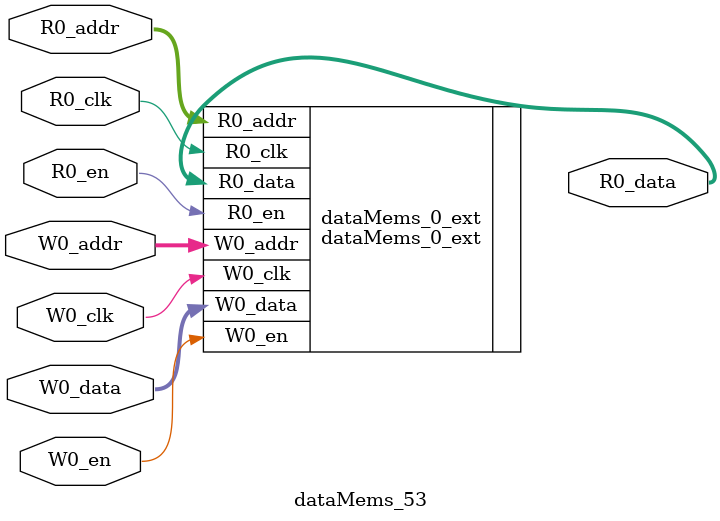
<source format=sv>
`ifndef RANDOMIZE
  `ifdef RANDOMIZE_REG_INIT
    `define RANDOMIZE
  `endif // RANDOMIZE_REG_INIT
`endif // not def RANDOMIZE
`ifndef RANDOMIZE
  `ifdef RANDOMIZE_MEM_INIT
    `define RANDOMIZE
  `endif // RANDOMIZE_MEM_INIT
`endif // not def RANDOMIZE

`ifndef RANDOM
  `define RANDOM $random
`endif // not def RANDOM

// Users can define 'PRINTF_COND' to add an extra gate to prints.
`ifndef PRINTF_COND_
  `ifdef PRINTF_COND
    `define PRINTF_COND_ (`PRINTF_COND)
  `else  // PRINTF_COND
    `define PRINTF_COND_ 1
  `endif // PRINTF_COND
`endif // not def PRINTF_COND_

// Users can define 'ASSERT_VERBOSE_COND' to add an extra gate to assert error printing.
`ifndef ASSERT_VERBOSE_COND_
  `ifdef ASSERT_VERBOSE_COND
    `define ASSERT_VERBOSE_COND_ (`ASSERT_VERBOSE_COND)
  `else  // ASSERT_VERBOSE_COND
    `define ASSERT_VERBOSE_COND_ 1
  `endif // ASSERT_VERBOSE_COND
`endif // not def ASSERT_VERBOSE_COND_

// Users can define 'STOP_COND' to add an extra gate to stop conditions.
`ifndef STOP_COND_
  `ifdef STOP_COND
    `define STOP_COND_ (`STOP_COND)
  `else  // STOP_COND
    `define STOP_COND_ 1
  `endif // STOP_COND
`endif // not def STOP_COND_

// Users can define INIT_RANDOM as general code that gets injected into the
// initializer block for modules with registers.
`ifndef INIT_RANDOM
  `define INIT_RANDOM
`endif // not def INIT_RANDOM

// If using random initialization, you can also define RANDOMIZE_DELAY to
// customize the delay used, otherwise 0.002 is used.
`ifndef RANDOMIZE_DELAY
  `define RANDOMIZE_DELAY 0.002
`endif // not def RANDOMIZE_DELAY

// Define INIT_RANDOM_PROLOG_ for use in our modules below.
`ifndef INIT_RANDOM_PROLOG_
  `ifdef RANDOMIZE
    `ifdef VERILATOR
      `define INIT_RANDOM_PROLOG_ `INIT_RANDOM
    `else  // VERILATOR
      `define INIT_RANDOM_PROLOG_ `INIT_RANDOM #`RANDOMIZE_DELAY begin end
    `endif // VERILATOR
  `else  // RANDOMIZE
    `define INIT_RANDOM_PROLOG_
  `endif // RANDOMIZE
`endif // not def INIT_RANDOM_PROLOG_

// Include register initializers in init blocks unless synthesis is set
`ifndef SYNTHESIS
  `ifndef ENABLE_INITIAL_REG_
    `define ENABLE_INITIAL_REG_
  `endif // not def ENABLE_INITIAL_REG_
`endif // not def SYNTHESIS

// Include rmemory initializers in init blocks unless synthesis is set
`ifndef SYNTHESIS
  `ifndef ENABLE_INITIAL_MEM_
    `define ENABLE_INITIAL_MEM_
  `endif // not def ENABLE_INITIAL_MEM_
`endif // not def SYNTHESIS

module dataMems_53(	// @[generators/ara/src/main/scala/UnsafeAXI4ToTL.scala:365:62]
  input  [4:0]   R0_addr,
  input          R0_en,
  input          R0_clk,
  output [258:0] R0_data,
  input  [4:0]   W0_addr,
  input          W0_en,
  input          W0_clk,
  input  [258:0] W0_data
);

  dataMems_0_ext dataMems_0_ext (	// @[generators/ara/src/main/scala/UnsafeAXI4ToTL.scala:365:62]
    .R0_addr (R0_addr),
    .R0_en   (R0_en),
    .R0_clk  (R0_clk),
    .R0_data (R0_data),
    .W0_addr (W0_addr),
    .W0_en   (W0_en),
    .W0_clk  (W0_clk),
    .W0_data (W0_data)
  );
endmodule


</source>
